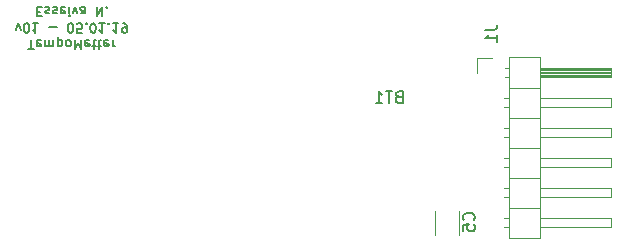
<source format=gbr>
G04 #@! TF.GenerationSoftware,KiCad,Pcbnew,(5.0.2)-1*
G04 #@! TF.CreationDate,2019-01-05T19:06:30+01:00*
G04 #@! TF.ProjectId,DrumMetter,4472756d-4d65-4747-9465-722e6b696361,01*
G04 #@! TF.SameCoordinates,Original*
G04 #@! TF.FileFunction,Legend,Bot*
G04 #@! TF.FilePolarity,Positive*
%FSLAX46Y46*%
G04 Gerber Fmt 4.6, Leading zero omitted, Abs format (unit mm)*
G04 Created by KiCad (PCBNEW (5.0.2)-1) date 05.01.2019 19:06:30*
%MOMM*%
%LPD*%
G01*
G04 APERTURE LIST*
%ADD10C,0.200000*%
%ADD11C,0.120000*%
%ADD12C,0.150000*%
G04 APERTURE END LIST*
D10*
X141943809Y-77918095D02*
X142400952Y-77918095D01*
X142172380Y-77118095D02*
X142172380Y-77918095D01*
X142972380Y-77156190D02*
X142896190Y-77118095D01*
X142743809Y-77118095D01*
X142667619Y-77156190D01*
X142629523Y-77232380D01*
X142629523Y-77537142D01*
X142667619Y-77613333D01*
X142743809Y-77651428D01*
X142896190Y-77651428D01*
X142972380Y-77613333D01*
X143010476Y-77537142D01*
X143010476Y-77460952D01*
X142629523Y-77384761D01*
X143353333Y-77118095D02*
X143353333Y-77651428D01*
X143353333Y-77575238D02*
X143391428Y-77613333D01*
X143467619Y-77651428D01*
X143581904Y-77651428D01*
X143658095Y-77613333D01*
X143696190Y-77537142D01*
X143696190Y-77118095D01*
X143696190Y-77537142D02*
X143734285Y-77613333D01*
X143810476Y-77651428D01*
X143924761Y-77651428D01*
X144000952Y-77613333D01*
X144039047Y-77537142D01*
X144039047Y-77118095D01*
X144420000Y-77651428D02*
X144420000Y-76851428D01*
X144420000Y-77613333D02*
X144496190Y-77651428D01*
X144648571Y-77651428D01*
X144724761Y-77613333D01*
X144762857Y-77575238D01*
X144800952Y-77499047D01*
X144800952Y-77270476D01*
X144762857Y-77194285D01*
X144724761Y-77156190D01*
X144648571Y-77118095D01*
X144496190Y-77118095D01*
X144420000Y-77156190D01*
X145258095Y-77118095D02*
X145181904Y-77156190D01*
X145143809Y-77194285D01*
X145105714Y-77270476D01*
X145105714Y-77499047D01*
X145143809Y-77575238D01*
X145181904Y-77613333D01*
X145258095Y-77651428D01*
X145372380Y-77651428D01*
X145448571Y-77613333D01*
X145486666Y-77575238D01*
X145524761Y-77499047D01*
X145524761Y-77270476D01*
X145486666Y-77194285D01*
X145448571Y-77156190D01*
X145372380Y-77118095D01*
X145258095Y-77118095D01*
X145867619Y-77118095D02*
X145867619Y-77918095D01*
X146134285Y-77346666D01*
X146400952Y-77918095D01*
X146400952Y-77118095D01*
X147086666Y-77156190D02*
X147010476Y-77118095D01*
X146858095Y-77118095D01*
X146781904Y-77156190D01*
X146743809Y-77232380D01*
X146743809Y-77537142D01*
X146781904Y-77613333D01*
X146858095Y-77651428D01*
X147010476Y-77651428D01*
X147086666Y-77613333D01*
X147124761Y-77537142D01*
X147124761Y-77460952D01*
X146743809Y-77384761D01*
X147353333Y-77651428D02*
X147658095Y-77651428D01*
X147467619Y-77918095D02*
X147467619Y-77232380D01*
X147505714Y-77156190D01*
X147581904Y-77118095D01*
X147658095Y-77118095D01*
X147810476Y-77651428D02*
X148115238Y-77651428D01*
X147924761Y-77918095D02*
X147924761Y-77232380D01*
X147962857Y-77156190D01*
X148039047Y-77118095D01*
X148115238Y-77118095D01*
X148686666Y-77156190D02*
X148610476Y-77118095D01*
X148458095Y-77118095D01*
X148381904Y-77156190D01*
X148343809Y-77232380D01*
X148343809Y-77537142D01*
X148381904Y-77613333D01*
X148458095Y-77651428D01*
X148610476Y-77651428D01*
X148686666Y-77613333D01*
X148724761Y-77537142D01*
X148724761Y-77460952D01*
X148343809Y-77384761D01*
X149067619Y-77118095D02*
X149067619Y-77651428D01*
X149067619Y-77499047D02*
X149105714Y-77575238D01*
X149143809Y-77613333D01*
X149220000Y-77651428D01*
X149296190Y-77651428D01*
X140896190Y-76251428D02*
X141086666Y-75718095D01*
X141277142Y-76251428D01*
X141734285Y-76518095D02*
X141810476Y-76518095D01*
X141886666Y-76480000D01*
X141924761Y-76441904D01*
X141962857Y-76365714D01*
X142000952Y-76213333D01*
X142000952Y-76022857D01*
X141962857Y-75870476D01*
X141924761Y-75794285D01*
X141886666Y-75756190D01*
X141810476Y-75718095D01*
X141734285Y-75718095D01*
X141658095Y-75756190D01*
X141620000Y-75794285D01*
X141581904Y-75870476D01*
X141543809Y-76022857D01*
X141543809Y-76213333D01*
X141581904Y-76365714D01*
X141620000Y-76441904D01*
X141658095Y-76480000D01*
X141734285Y-76518095D01*
X142762857Y-75718095D02*
X142305714Y-75718095D01*
X142534285Y-75718095D02*
X142534285Y-76518095D01*
X142458095Y-76403809D01*
X142381904Y-76327619D01*
X142305714Y-76289523D01*
X143715238Y-76022857D02*
X144324761Y-76022857D01*
X145467619Y-76518095D02*
X145543809Y-76518095D01*
X145620000Y-76480000D01*
X145658095Y-76441904D01*
X145696190Y-76365714D01*
X145734285Y-76213333D01*
X145734285Y-76022857D01*
X145696190Y-75870476D01*
X145658095Y-75794285D01*
X145620000Y-75756190D01*
X145543809Y-75718095D01*
X145467619Y-75718095D01*
X145391428Y-75756190D01*
X145353333Y-75794285D01*
X145315238Y-75870476D01*
X145277142Y-76022857D01*
X145277142Y-76213333D01*
X145315238Y-76365714D01*
X145353333Y-76441904D01*
X145391428Y-76480000D01*
X145467619Y-76518095D01*
X146458095Y-76518095D02*
X146077142Y-76518095D01*
X146039047Y-76137142D01*
X146077142Y-76175238D01*
X146153333Y-76213333D01*
X146343809Y-76213333D01*
X146420000Y-76175238D01*
X146458095Y-76137142D01*
X146496190Y-76060952D01*
X146496190Y-75870476D01*
X146458095Y-75794285D01*
X146420000Y-75756190D01*
X146343809Y-75718095D01*
X146153333Y-75718095D01*
X146077142Y-75756190D01*
X146039047Y-75794285D01*
X146839047Y-75794285D02*
X146877142Y-75756190D01*
X146839047Y-75718095D01*
X146800952Y-75756190D01*
X146839047Y-75794285D01*
X146839047Y-75718095D01*
X147372380Y-76518095D02*
X147448571Y-76518095D01*
X147524761Y-76480000D01*
X147562857Y-76441904D01*
X147600952Y-76365714D01*
X147639047Y-76213333D01*
X147639047Y-76022857D01*
X147600952Y-75870476D01*
X147562857Y-75794285D01*
X147524761Y-75756190D01*
X147448571Y-75718095D01*
X147372380Y-75718095D01*
X147296190Y-75756190D01*
X147258095Y-75794285D01*
X147220000Y-75870476D01*
X147181904Y-76022857D01*
X147181904Y-76213333D01*
X147220000Y-76365714D01*
X147258095Y-76441904D01*
X147296190Y-76480000D01*
X147372380Y-76518095D01*
X148400952Y-75718095D02*
X147943809Y-75718095D01*
X148172380Y-75718095D02*
X148172380Y-76518095D01*
X148096190Y-76403809D01*
X148020000Y-76327619D01*
X147943809Y-76289523D01*
X148743809Y-75794285D02*
X148781904Y-75756190D01*
X148743809Y-75718095D01*
X148705714Y-75756190D01*
X148743809Y-75794285D01*
X148743809Y-75718095D01*
X149543809Y-75718095D02*
X149086666Y-75718095D01*
X149315238Y-75718095D02*
X149315238Y-76518095D01*
X149239047Y-76403809D01*
X149162857Y-76327619D01*
X149086666Y-76289523D01*
X149924761Y-75718095D02*
X150077142Y-75718095D01*
X150153333Y-75756190D01*
X150191428Y-75794285D01*
X150267619Y-75908571D01*
X150305714Y-76060952D01*
X150305714Y-76365714D01*
X150267619Y-76441904D01*
X150229523Y-76480000D01*
X150153333Y-76518095D01*
X150000952Y-76518095D01*
X149924761Y-76480000D01*
X149886666Y-76441904D01*
X149848571Y-76365714D01*
X149848571Y-76175238D01*
X149886666Y-76099047D01*
X149924761Y-76060952D01*
X150000952Y-76022857D01*
X150153333Y-76022857D01*
X150229523Y-76060952D01*
X150267619Y-76099047D01*
X150305714Y-76175238D01*
X142686666Y-74737142D02*
X142953333Y-74737142D01*
X143067619Y-74318095D02*
X142686666Y-74318095D01*
X142686666Y-75118095D01*
X143067619Y-75118095D01*
X143372380Y-74356190D02*
X143448571Y-74318095D01*
X143600952Y-74318095D01*
X143677142Y-74356190D01*
X143715238Y-74432380D01*
X143715238Y-74470476D01*
X143677142Y-74546666D01*
X143600952Y-74584761D01*
X143486666Y-74584761D01*
X143410476Y-74622857D01*
X143372380Y-74699047D01*
X143372380Y-74737142D01*
X143410476Y-74813333D01*
X143486666Y-74851428D01*
X143600952Y-74851428D01*
X143677142Y-74813333D01*
X144020000Y-74356190D02*
X144096190Y-74318095D01*
X144248571Y-74318095D01*
X144324761Y-74356190D01*
X144362857Y-74432380D01*
X144362857Y-74470476D01*
X144324761Y-74546666D01*
X144248571Y-74584761D01*
X144134285Y-74584761D01*
X144058095Y-74622857D01*
X144020000Y-74699047D01*
X144020000Y-74737142D01*
X144058095Y-74813333D01*
X144134285Y-74851428D01*
X144248571Y-74851428D01*
X144324761Y-74813333D01*
X145010476Y-74356190D02*
X144934285Y-74318095D01*
X144781904Y-74318095D01*
X144705714Y-74356190D01*
X144667619Y-74432380D01*
X144667619Y-74737142D01*
X144705714Y-74813333D01*
X144781904Y-74851428D01*
X144934285Y-74851428D01*
X145010476Y-74813333D01*
X145048571Y-74737142D01*
X145048571Y-74660952D01*
X144667619Y-74584761D01*
X145391428Y-74318095D02*
X145391428Y-74851428D01*
X145391428Y-75118095D02*
X145353333Y-75080000D01*
X145391428Y-75041904D01*
X145429523Y-75080000D01*
X145391428Y-75118095D01*
X145391428Y-75041904D01*
X145696190Y-74851428D02*
X145886666Y-74318095D01*
X146077142Y-74851428D01*
X146724761Y-74318095D02*
X146724761Y-74737142D01*
X146686666Y-74813333D01*
X146610476Y-74851428D01*
X146458095Y-74851428D01*
X146381904Y-74813333D01*
X146724761Y-74356190D02*
X146648571Y-74318095D01*
X146458095Y-74318095D01*
X146381904Y-74356190D01*
X146343809Y-74432380D01*
X146343809Y-74508571D01*
X146381904Y-74584761D01*
X146458095Y-74622857D01*
X146648571Y-74622857D01*
X146724761Y-74660952D01*
X147715238Y-74318095D02*
X147715238Y-75118095D01*
X148172380Y-74318095D01*
X148172380Y-75118095D01*
X148553333Y-74394285D02*
X148591428Y-74356190D01*
X148553333Y-74318095D01*
X148515238Y-74356190D01*
X148553333Y-74394285D01*
X148553333Y-74318095D01*
D11*
G04 #@! TO.C,J1*
X179910000Y-78620000D02*
X181180000Y-78620000D01*
X179910000Y-79890000D02*
X179910000Y-78620000D01*
X182222929Y-92970000D02*
X182620000Y-92970000D01*
X182222929Y-92210000D02*
X182620000Y-92210000D01*
X191280000Y-92970000D02*
X185280000Y-92970000D01*
X191280000Y-92210000D02*
X191280000Y-92970000D01*
X185280000Y-92210000D02*
X191280000Y-92210000D01*
X182620000Y-91320000D02*
X185280000Y-91320000D01*
X182222929Y-90430000D02*
X182620000Y-90430000D01*
X182222929Y-89670000D02*
X182620000Y-89670000D01*
X191280000Y-90430000D02*
X185280000Y-90430000D01*
X191280000Y-89670000D02*
X191280000Y-90430000D01*
X185280000Y-89670000D02*
X191280000Y-89670000D01*
X182620000Y-88780000D02*
X185280000Y-88780000D01*
X182222929Y-87890000D02*
X182620000Y-87890000D01*
X182222929Y-87130000D02*
X182620000Y-87130000D01*
X191280000Y-87890000D02*
X185280000Y-87890000D01*
X191280000Y-87130000D02*
X191280000Y-87890000D01*
X185280000Y-87130000D02*
X191280000Y-87130000D01*
X182620000Y-86240000D02*
X185280000Y-86240000D01*
X182222929Y-85350000D02*
X182620000Y-85350000D01*
X182222929Y-84590000D02*
X182620000Y-84590000D01*
X191280000Y-85350000D02*
X185280000Y-85350000D01*
X191280000Y-84590000D02*
X191280000Y-85350000D01*
X185280000Y-84590000D02*
X191280000Y-84590000D01*
X182620000Y-83700000D02*
X185280000Y-83700000D01*
X182222929Y-82810000D02*
X182620000Y-82810000D01*
X182222929Y-82050000D02*
X182620000Y-82050000D01*
X191280000Y-82810000D02*
X185280000Y-82810000D01*
X191280000Y-82050000D02*
X191280000Y-82810000D01*
X185280000Y-82050000D02*
X191280000Y-82050000D01*
X182620000Y-81160000D02*
X185280000Y-81160000D01*
X182290000Y-80270000D02*
X182620000Y-80270000D01*
X182290000Y-79510000D02*
X182620000Y-79510000D01*
X185280000Y-80170000D02*
X191280000Y-80170000D01*
X185280000Y-80050000D02*
X191280000Y-80050000D01*
X185280000Y-79930000D02*
X191280000Y-79930000D01*
X185280000Y-79810000D02*
X191280000Y-79810000D01*
X185280000Y-79690000D02*
X191280000Y-79690000D01*
X185280000Y-79570000D02*
X191280000Y-79570000D01*
X191280000Y-80270000D02*
X185280000Y-80270000D01*
X191280000Y-79510000D02*
X191280000Y-80270000D01*
X185280000Y-79510000D02*
X191280000Y-79510000D01*
X185280000Y-78560000D02*
X182620000Y-78560000D01*
X185280000Y-93920000D02*
X185280000Y-78560000D01*
X182620000Y-93920000D02*
X185280000Y-93920000D01*
X182620000Y-78560000D02*
X182620000Y-93920000D01*
G04 #@! TO.C,C5*
X176350000Y-93590000D02*
X176350000Y-91590000D01*
X178390000Y-91590000D02*
X178390000Y-93590000D01*
G04 #@! TO.C,J1*
D12*
X180632380Y-76254666D02*
X181346666Y-76254666D01*
X181489523Y-76207047D01*
X181584761Y-76111809D01*
X181632380Y-75968952D01*
X181632380Y-75873714D01*
X181632380Y-77254666D02*
X181632380Y-76683238D01*
X181632380Y-76968952D02*
X180632380Y-76968952D01*
X180775238Y-76873714D01*
X180870476Y-76778476D01*
X180918095Y-76683238D01*
G04 #@! TO.C,C5*
X179627142Y-92353333D02*
X179674761Y-92305714D01*
X179722380Y-92162857D01*
X179722380Y-92067619D01*
X179674761Y-91924761D01*
X179579523Y-91829523D01*
X179484285Y-91781904D01*
X179293809Y-91734285D01*
X179150952Y-91734285D01*
X178960476Y-91781904D01*
X178865238Y-91829523D01*
X178770000Y-91924761D01*
X178722380Y-92067619D01*
X178722380Y-92162857D01*
X178770000Y-92305714D01*
X178817619Y-92353333D01*
X178722380Y-93258095D02*
X178722380Y-92781904D01*
X179198571Y-92734285D01*
X179150952Y-92781904D01*
X179103333Y-92877142D01*
X179103333Y-93115238D01*
X179150952Y-93210476D01*
X179198571Y-93258095D01*
X179293809Y-93305714D01*
X179531904Y-93305714D01*
X179627142Y-93258095D01*
X179674761Y-93210476D01*
X179722380Y-93115238D01*
X179722380Y-92877142D01*
X179674761Y-92781904D01*
X179627142Y-92734285D01*
G04 #@! TO.C,BT1*
X173285714Y-81928571D02*
X173142857Y-81976190D01*
X173095238Y-82023809D01*
X173047619Y-82119047D01*
X173047619Y-82261904D01*
X173095238Y-82357142D01*
X173142857Y-82404761D01*
X173238095Y-82452380D01*
X173619047Y-82452380D01*
X173619047Y-81452380D01*
X173285714Y-81452380D01*
X173190476Y-81500000D01*
X173142857Y-81547619D01*
X173095238Y-81642857D01*
X173095238Y-81738095D01*
X173142857Y-81833333D01*
X173190476Y-81880952D01*
X173285714Y-81928571D01*
X173619047Y-81928571D01*
X172761904Y-81452380D02*
X172190476Y-81452380D01*
X172476190Y-82452380D02*
X172476190Y-81452380D01*
X171333333Y-82452380D02*
X171904761Y-82452380D01*
X171619047Y-82452380D02*
X171619047Y-81452380D01*
X171714285Y-81595238D01*
X171809523Y-81690476D01*
X171904761Y-81738095D01*
G04 #@! TD*
M02*

</source>
